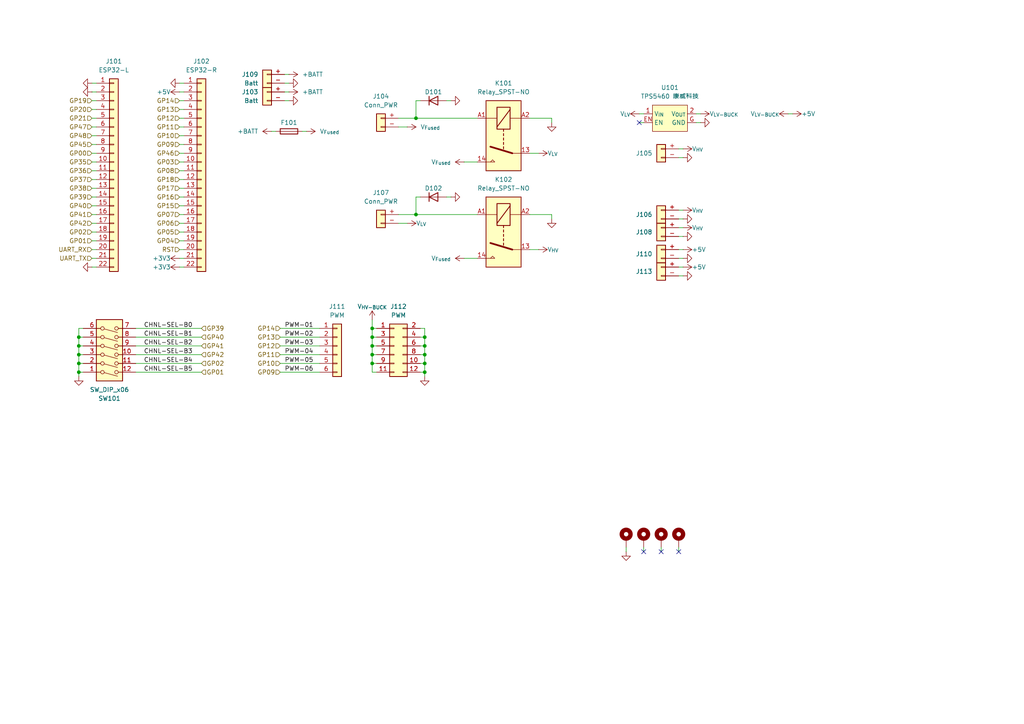
<source format=kicad_sch>
(kicad_sch (version 20250114) (generator "eeschema") (generator_version "9.0")
  (paper "A4")
  (lib_symbols
    (symbol "Connector_Generic:Conn_01x06" (pin_names (offset 1.016) (hide yes))
      (property "Reference" "J" (at 0 7.62 0))
      (property "Value" "Conn_01x06" (at 0 -10.16 0))
      (symbol "Conn_01x06_1_1"
        (rectangle (start -1.27 6.35) (end 1.27 -8.89) (stroke (width 0.254)) (fill (type background)))
        (rectangle (start -1.27 5.207) (end 0 4.953) (stroke (width 0.1524)))
        (rectangle (start -1.27 2.667) (end 0 2.413) (stroke (width 0.1524)))
        (rectangle (start -1.27 0.127) (end 0 -0.127) (stroke (width 0.1524)))
        (rectangle (start -1.27 -2.413) (end 0 -2.667) (stroke (width 0.1524)))
        (rectangle (start -1.27 -4.953) (end 0 -5.207) (stroke (width 0.1524)))
        (rectangle (start -1.27 -7.493) (end 0 -7.747) (stroke (width 0.1524)))
        (pin passive line (at -5.08 5.08 0) (length 3.81) (name "Pin_1") (number "1"))
        (pin passive line (at -5.08 2.54 0) (length 3.81) (name "Pin_2") (number "2"))
        (pin passive line (at -5.08 0 0) (length 3.81) (name "Pin_3") (number "3"))
        (pin passive line (at -5.08 -2.54 0) (length 3.81) (name "Pin_4") (number "4"))
        (pin passive line (at -5.08 -5.08 0) (length 3.81) (name "Pin_5") (number "5"))
        (pin passive line (at -5.08 -7.62 0) (length 3.81) (name "Pin_6") (number "6"))
      )
    )
    (symbol "Connector_Generic:Conn_01x22" (pin_names (offset 1.016) (hide yes))
      (property "Reference" "J" (at 0 27.94 0))
      (property "Value" "Conn_01x22" (at 0 -30.48 0))
      (symbol "Conn_01x22_1_1"
        (rectangle (start -1.27 26.67) (end 1.27 -29.21) (stroke (width 0.254)) (fill (type background)))
        (rectangle (start -1.27 25.527) (end 0 25.273) (stroke (width 0.1524)))
        (rectangle (start -1.27 22.987) (end 0 22.733) (stroke (width 0.1524)))
        (rectangle (start -1.27 20.447) (end 0 20.193) (stroke (width 0.1524)))
        (rectangle (start -1.27 17.907) (end 0 17.653) (stroke (width 0.1524)))
        (rectangle (start -1.27 15.367) (end 0 15.113) (stroke (width 0.1524)))
        (rectangle (start -1.27 12.827) (end 0 12.573) (stroke (width 0.1524)))
        (rectangle (start -1.27 10.287) (end 0 10.033) (stroke (width 0.1524)))
        (rectangle (start -1.27 7.747) (end 0 7.493) (stroke (width 0.1524)))
        (rectangle (start -1.27 5.207) (end 0 4.953) (stroke (width 0.1524)))
        (rectangle (start -1.27 2.667) (end 0 2.413) (stroke (width 0.1524)))
        (rectangle (start -1.27 0.127) (end 0 -0.127) (stroke (width 0.1524)))
        (rectangle (start -1.27 -2.413) (end 0 -2.667) (stroke (width 0.1524)))
        (rectangle (start -1.27 -4.953) (end 0 -5.207) (stroke (width 0.1524)))
        (rectangle (start -1.27 -7.493) (end 0 -7.747) (stroke (width 0.1524)))
        (rectangle (start -1.27 -10.033) (end 0 -10.287) (stroke (width 0.1524)))
        (rectangle (start -1.27 -12.573) (end 0 -12.827) (stroke (width 0.1524)))
        (rectangle (start -1.27 -15.113) (end 0 -15.367) (stroke (width 0.1524)))
        (rectangle (start -1.27 -17.653) (end 0 -17.907) (stroke (width 0.1524)))
        (rectangle (start -1.27 -20.193) (end 0 -20.447) (stroke (width 0.1524)))
        (rectangle (start -1.27 -22.733) (end 0 -22.987) (stroke (width 0.1524)))
        (rectangle (start -1.27 -25.273) (end 0 -25.527) (stroke (width 0.1524)))
        (rectangle (start -1.27 -27.813) (end 0 -28.067) (stroke (width 0.1524)))
        (pin passive line (at -5.08 25.4 0) (length 3.81) (name "Pin_1") (number "1"))
        (pin passive line (at -5.08 22.86 0) (length 3.81) (name "Pin_2") (number "2"))
        (pin passive line (at -5.08 20.32 0) (length 3.81) (name "Pin_3") (number "3"))
        (pin passive line (at -5.08 17.78 0) (length 3.81) (name "Pin_4") (number "4"))
        (pin passive line (at -5.08 15.24 0) (length 3.81) (name "Pin_5") (number "5"))
        (pin passive line (at -5.08 12.7 0) (length 3.81) (name "Pin_6") (number "6"))
        (pin passive line (at -5.08 10.16 0) (length 3.81) (name "Pin_7") (number "7"))
        (pin passive line (at -5.08 7.62 0) (length 3.81) (name "Pin_8") (number "8"))
        (pin passive line (at -5.08 5.08 0) (length 3.81) (name "Pin_9") (number "9"))
        (pin passive line (at -5.08 2.54 0) (length 3.81) (name "Pin_10") (number "10"))
        (pin passive line (at -5.08 0 0) (length 3.81) (name "Pin_11") (number "11"))
        (pin passive line (at -5.08 -2.54 0) (length 3.81) (name "Pin_12") (number "12"))
        (pin passive line (at -5.08 -5.08 0) (length 3.81) (name "Pin_13") (number "13"))
        (pin passive line (at -5.08 -7.62 0) (length 3.81) (name "Pin_14") (number "14"))
        (pin passive line (at -5.08 -10.16 0) (length 3.81) (name "Pin_15") (number "15"))
        (pin passive line (at -5.08 -12.7 0) (length 3.81) (name "Pin_16") (number "16"))
        (pin passive line (at -5.08 -15.24 0) (length 3.81) (name "Pin_17") (number "17"))
        (pin passive line (at -5.08 -17.78 0) (length 3.81) (name "Pin_18") (number "18"))
        (pin passive line (at -5.08 -20.32 0) (length 3.81) (name "Pin_19") (number "19"))
        (pin passive line (at -5.08 -22.86 0) (length 3.81) (name "Pin_20") (number "20"))
        (pin passive line (at -5.08 -25.4 0) (length 3.81) (name "Pin_21") (number "21"))
        (pin passive line (at -5.08 -27.94 0) (length 3.81) (name "Pin_22") (number "22"))
      )
    )
    (symbol "Connector_Generic:Conn_02x06_Odd_Even" (pin_names (offset 1.016) (hide yes))
      (property "Reference" "J" (at 1.27 7.62 0))
      (property "Value" "Conn_02x06_Odd_Even" (at 1.27 -10.16 0))
      (symbol "Conn_02x06_Odd_Even_1_1"
        (rectangle (start -1.27 6.35) (end 3.81 -8.89) (stroke (width 0.254)) (fill (type background)))
        (rectangle (start -1.27 5.207) (end 0 4.953) (stroke (width 0.1524)))
        (rectangle (start -1.27 2.667) (end 0 2.413) (stroke (width 0.1524)))
        (rectangle (start -1.27 0.127) (end 0 -0.127) (stroke (width 0.1524)))
        (rectangle (start -1.27 -2.413) (end 0 -2.667) (stroke (width 0.1524)))
        (rectangle (start -1.27 -4.953) (end 0 -5.207) (stroke (width 0.1524)))
        (rectangle (start -1.27 -7.493) (end 0 -7.747) (stroke (width 0.1524)))
        (rectangle (start 3.81 5.207) (end 2.54 4.953) (stroke (width 0.1524)))
        (rectangle (start 3.81 2.667) (end 2.54 2.413) (stroke (width 0.1524)))
        (rectangle (start 3.81 0.127) (end 2.54 -0.127) (stroke (width 0.1524)))
        (rectangle (start 3.81 -2.413) (end 2.54 -2.667) (stroke (width 0.1524)))
        (rectangle (start 3.81 -4.953) (end 2.54 -5.207) (stroke (width 0.1524)))
        (rectangle (start 3.81 -7.493) (end 2.54 -7.747) (stroke (width 0.1524)))
        (pin passive line (at -5.08 5.08 0) (length 3.81) (name "Pin_1") (number "1"))
        (pin passive line (at -5.08 2.54 0) (length 3.81) (name "Pin_3") (number "3"))
        (pin passive line (at -5.08 0 0) (length 3.81) (name "Pin_5") (number "5"))
        (pin passive line (at -5.08 -2.54 0) (length 3.81) (name "Pin_7") (number "7"))
        (pin passive line (at -5.08 -5.08 0) (length 3.81) (name "Pin_9") (number "9"))
        (pin passive line (at -5.08 -7.62 0) (length 3.81) (name "Pin_11") (number "11"))
        (pin passive line (at 7.62 5.08 180) (length 3.81) (name "Pin_2") (number "2"))
        (pin passive line (at 7.62 2.54 180) (length 3.81) (name "Pin_4") (number "4"))
        (pin passive line (at 7.62 0 180) (length 3.81) (name "Pin_6") (number "6"))
        (pin passive line (at 7.62 -2.54 180) (length 3.81) (name "Pin_8") (number "8"))
        (pin passive line (at 7.62 -5.08 180) (length 3.81) (name "Pin_10") (number "10"))
        (pin passive line (at 7.62 -7.62 180) (length 3.81) (name "Pin_12") (number "12"))
      )
    )
    (symbol "Device:D" (pin_numbers (hide yes)) (pin_names (offset 1.016) (hide yes))
      (property "Reference" "D" (at 0 2.54 0))
      (property "Value" "D" (at 0 -2.54 0))
      (symbol "D_0_1"
        (polyline (pts (xy -1.27 1.27) (xy -1.27 -1.27)) (stroke (width 0.254)))
        (polyline (pts (xy 1.27 1.27) (xy 1.27 -1.27) (xy -1.27 0) (xy 1.27 1.27)) (stroke (width 0.254)))
        (polyline (pts (xy 1.27 0) (xy -1.27 0)))
      )
      (symbol "D_1_1"
        (pin passive line (at -3.81 0 0) (length 2.54) (name "K") (number "1"))
        (pin passive line (at 3.81 0 180) (length 2.54) (name "A") (number "2"))
      )
    )
    (symbol "Device:Fuse" (pin_numbers (hide yes)) (pin_names (offset 0))
      (property "Reference" "F" (at 2.032 0 90))
      (property "Value" "Fuse" (at -1.905 0 90))
      (symbol "Fuse_0_1"
        (rectangle (start -0.762 -2.54) (end 0.762 2.54) (stroke (width 0.254)))
        (polyline (pts (xy 0 2.54) (xy 0 -2.54)))
      )
      (symbol "Fuse_1_1"
        (pin passive line (at 0 3.81 270) (length 1.27) (name "~") (number "1"))
        (pin passive line (at 0 -3.81 90) (length 1.27) (name "~") (number "2"))
      )
    )
    (symbol "Mechanical:MountingHole_Pad" (pin_numbers (hide yes)) (pin_names (offset 1.016) (hide yes)) (exclude_from_sim yes) (in_bom no)
      (property "Reference" "H" (at 0 6.35 0))
      (property "Value" "MountingHole_Pad" (at 0 4.445 0))
      (symbol "MountingHole_Pad_0_1"
        (circle (center 0 1.27) (radius 1.27) (stroke (width 1.27)))
      )
      (symbol "MountingHole_Pad_1_1"
        (pin input line (at 0 -2.54 90) (length 2.54) (name "1") (number "1"))
      )
    )
    (symbol "Relay:Relay_SPST-NO"
      (property "Reference" "K" (at 11.43 3.81 0))
      (property "Value" "Relay_SPST-NO" (at 11.43 1.27 0))
      (symbol "Relay_SPST-NO_0_0"
        (polyline (pts (xy 7.62 5.08) (xy 7.62 2.54) (xy 6.985 3.175) (xy 7.62 3.81)))
      )
      (symbol "Relay_SPST-NO_0_1"
        (rectangle (start -10.16 5.08) (end 10.16 -5.08) (stroke (width 0.254)) (fill (type background)))
        (rectangle (start -8.255 1.905) (end -1.905 -1.905) (stroke (width 0.254)))
        (polyline (pts (xy -7.62 -1.905) (xy -2.54 1.905)) (stroke (width 0.254)))
        (polyline (pts (xy -5.08 5.08) (xy -5.08 1.905)))
        (polyline (pts (xy -5.08 -5.08) (xy -5.08 -1.905)))
        (polyline (pts (xy -1.905 0) (xy -1.27 0)) (stroke (width 0.254)))
        (polyline (pts (xy -0.635 0) (xy 0 0)) (stroke (width 0.254)))
        (polyline (pts (xy 0.635 0) (xy 1.27 0)) (stroke (width 0.254)))
        (polyline (pts (xy 1.905 0) (xy 2.54 0)) (stroke (width 0.254)))
        (polyline (pts (xy 3.175 0) (xy 3.81 0)) (stroke (width 0.254)))
        (polyline (pts (xy 5.08 -2.54) (xy 3.175 3.81)) (stroke (width 0.508)))
        (polyline (pts (xy 5.08 -2.54) (xy 5.08 -5.08)))
      )
      (symbol "Relay_SPST-NO_1_1"
        (pin passive line (at -5.08 7.62 270) (length 2.54) (name "~") (number "A1"))
        (pin passive line (at -5.08 -7.62 90) (length 2.54) (name "~") (number "A2"))
        (pin passive line (at 5.08 -7.62 90) (length 2.54) (name "~") (number "13"))
        (pin passive line (at 7.62 7.62 270) (length 2.54) (name "~") (number "14"))
      )
    )
    (symbol "Switch:SW_DIP_x06" (pin_names (offset 0) (hide yes))
      (property "Reference" "SW" (at 0 11.43 0))
      (property "Value" "SW_DIP_x06" (at 0 -8.89 0))
      (symbol "SW_DIP_x06_0_0"
        (circle (center -2.032 7.62) (radius 0.508))
        (circle (center -2.032 5.08) (radius 0.508))
        (circle (center -2.032 2.54) (radius 0.508))
        (circle (center -2.032 0) (radius 0.508))
        (circle (center -2.032 -2.54) (radius 0.508))
        (circle (center -2.032 -5.08) (radius 0.508))
        (polyline (pts (xy -1.524 7.747) (xy 2.3622 8.7884)))
        (polyline (pts (xy -1.524 5.207) (xy 2.3622 6.2484)))
        (polyline (pts (xy -1.524 2.667) (xy 2.3622 3.7084)))
        (polyline (pts (xy -1.524 0.127) (xy 2.3622 1.1684)))
        (polyline (pts (xy -1.524 -2.3876) (xy 2.3622 -1.3462)))
        (polyline (pts (xy -1.524 -4.9276) (xy 2.3622 -3.8862)))
        (circle (center 2.032 7.62) (radius 0.508))
        (circle (center 2.032 5.08) (radius 0.508))
        (circle (center 2.032 2.54) (radius 0.508))
        (circle (center 2.032 0) (radius 0.508))
        (circle (center 2.032 -2.54) (radius 0.508))
        (circle (center 2.032 -5.08) (radius 0.508))
      )
      (symbol "SW_DIP_x06_0_1"
        (rectangle (start -3.81 10.16) (end 3.81 -7.62) (stroke (width 0.254)) (fill (type background)))
      )
      (symbol "SW_DIP_x06_1_1"
        (pin passive line (at -7.62 7.62 0) (length 5.08) (name "~") (number "1"))
        (pin passive line (at -7.62 5.08 0) (length 5.08) (name "~") (number "2"))
        (pin passive line (at -7.62 2.54 0) (length 5.08) (name "~") (number "3"))
        (pin passive line (at -7.62 0 0) (length 5.08) (name "~") (number "4"))
        (pin passive line (at -7.62 -2.54 0) (length 5.08) (name "~") (number "5"))
        (pin passive line (at -7.62 -5.08 0) (length 5.08) (name "~") (number "6"))
        (pin passive line (at 7.62 7.62 180) (length 5.08) (name "~") (number "12"))
        (pin passive line (at 7.62 5.08 180) (length 5.08) (name "~") (number "11"))
        (pin passive line (at 7.62 2.54 180) (length 5.08) (name "~") (number "10"))
        (pin passive line (at 7.62 0 180) (length 5.08) (name "~") (number "9"))
        (pin passive line (at 7.62 -2.54 180) (length 5.08) (name "~") (number "8"))
        (pin passive line (at 7.62 -5.08 180) (length 5.08) (name "~") (number "7"))
      )
    )
    (symbol "power:+3V3" (power) (pin_numbers (hide yes)) (pin_names (offset 0) (hide yes))
      (property "Value" "+3V3" (at 0 3.556 0))
      (symbol "+3V3_0_1"
        (polyline (pts (xy -0.762 1.27) (xy 0 2.54)))
        (polyline (pts (xy 0 2.54) (xy 0.762 1.27)))
        (polyline (pts (xy 0 0) (xy 0 2.54)))
      )
      (symbol "+3V3_1_1"
        (pin power_in line (at 0 0 90) (length 0) (name "~") (number "1"))
      )
    )
    (symbol "power:+5V" (power) (pin_numbers (hide yes)) (pin_names (offset 0) (hide yes))
      (property "Value" "+5V" (at 0 3.556 0))
      (symbol "+5V_0_1"
        (polyline (pts (xy -0.762 1.27) (xy 0 2.54)))
        (polyline (pts (xy 0 2.54) (xy 0.762 1.27)))
        (polyline (pts (xy 0 0) (xy 0 2.54)))
      )
      (symbol "+5V_1_1"
        (pin power_in line (at 0 0 90) (length 0) (name "~") (number "1"))
      )
    )
    (symbol "power:+BATT" (power) (pin_numbers (hide yes)) (pin_names (offset 0) (hide yes))
      (property "Value" "+BATT" (at 0 3.556 0))
      (symbol "+BATT_0_1"
        (polyline (pts (xy -0.762 1.27) (xy 0 2.54)))
        (polyline (pts (xy 0 2.54) (xy 0.762 1.27)))
        (polyline (pts (xy 0 0) (xy 0 2.54)))
      )
      (symbol "+BATT_1_1"
        (pin power_in line (at 0 0 90) (length 0) (name "~") (number "1"))
      )
    )
    (symbol "power:GND" (power) (pin_numbers (hide yes)) (pin_names (offset 0) (hide yes))
      (property "Value" "GND" (at 0 -3.81 0))
      (symbol "GND_0_1"
        (polyline (pts (xy 0 0) (xy 0 -1.27) (xy 1.27 -1.27) (xy 0 -2.54) (xy -1.27 -1.27) (xy 0 -1.27)))
      )
      (symbol "GND_1_1"
        (pin power_in line (at 0 0 270) (length 0) (name "~") (number "1"))
      )
    )
    (symbol "power:VAA" (power) (pin_numbers (hide yes)) (pin_names (offset 0) (hide yes))
      (property "Value" "VAA" (at 0 3.556 0))
      (symbol "VAA_0_1"
        (polyline (pts (xy -0.762 1.27) (xy 0 2.54)))
        (polyline (pts (xy 0 2.54) (xy 0.762 1.27)))
        (polyline (pts (xy 0 0) (xy 0 2.54)))
      )
      (symbol "VAA_1_1"
        (pin power_in line (at 0 0 90) (length 0) (name "~") (number "1"))
      )
    )
    (symbol "power:VCC" (power) (pin_numbers (hide yes)) (pin_names (offset 0) (hide yes))
      (property "Value" "VCC" (at 0 3.556 0))
      (symbol "VCC_0_1"
        (polyline (pts (xy -0.762 1.27) (xy 0 2.54)))
        (polyline (pts (xy 0 2.54) (xy 0.762 1.27)))
        (polyline (pts (xy 0 0) (xy 0 2.54)))
      )
      (symbol "VCC_1_1"
        (pin power_in line (at 0 0 90) (length 0) (name "~") (number "1"))
      )
    )
    (symbol "scottcjx-common-parts:Conn_+/-" (pin_names (offset 1.016) (hide yes))
      (property "Reference" "J" (at 0 2.54 0))
      (property "Value" "Conn_PWR" (at 0 -5.08 0))
      (symbol "Conn_+/-_1_1"
        (rectangle (start -1.27 1.27) (end 1.27 -3.81) (stroke (width 0.254)) (fill (type background)))
        (rectangle (start -1.27 0.127) (end 0 -0.127) (stroke (width 0.1524)))
        (rectangle (start -1.27 -2.413) (end 0 -2.667) (stroke (width 0.1524)))
        (pin passive line (at -5.08 0 0) (length 3.81) (name "Pin_1") (number "+"))
        (pin passive line (at -5.08 -2.54 0) (length 3.81) (name "Pin_2") (number "-"))
      )
    )
    (symbol "scottcjx-kicad-lib:TPS5460 康威科技"
      (property "Reference" "U" (at 0 3.81 0))
      (property "Value" "TPS5460 康威科技" (at 0 -3.81 0))
      (symbol "TPS5460 康威科技_1_1"
        (rectangle (start -5.08 3.81) (end 5.08 -3.81) (fill (type background)))
        (pin input line (at -7.62 1.27 0) (length 2.54) (name "V_{IN}") (number "1"))
        (pin input line (at -7.62 -1.27 0) (length 2.54) (name "EN") (number "EN"))
        (pin input line (at 7.62 1.27 180) (length 2.54) (name "V_{OUT}") (number "2"))
        (pin input line (at 7.62 -1.27 180) (length 2.54) (name "GND") (number "G"))
      )
    )
  )
  (junction (at 22.86 105.41))
  (junction (at 120.65 62.23))
  (junction (at 123.19 107.95))
  (junction (at 123.19 102.87))
  (junction (at 107.95 102.87))
  (junction (at 107.95 97.79))
  (junction (at 107.95 95.25))
  (junction (at 22.86 102.87))
  (junction (at 107.95 100.33))
  (junction (at 123.19 105.41))
  (junction (at 22.86 100.33))
  (junction (at 120.65 34.29))
  (junction (at 107.95 105.41))
  (junction (at 22.86 97.79))
  (junction (at 123.19 97.79))
  (junction (at 22.86 107.95))
  (junction (at 123.19 100.33))
  (no_connect (at 191.77 160.02))
  (no_connect (at 196.85 160.02))
  (no_connect (at 185.42 35.56))
  (no_connect (at 186.69 160.02))
  (wire (pts (xy 52.07 69.85) (xy 53.34 69.85)))
  (wire (pts (xy 107.95 92.71) (xy 107.95 95.25)))
  (wire (pts (xy 52.07 62.23) (xy 53.34 62.23)))
  (wire (pts (xy 26.67 29.21) (xy 27.94 29.21)))
  (wire (pts (xy 123.19 107.95) (xy 123.19 109.22)))
  (wire (pts (xy 198.12 43.18) (xy 196.85 43.18)))
  (wire (pts (xy 121.92 57.15) (xy 120.65 57.15)))
  (wire (pts (xy 185.42 33.02) (xy 186.69 33.02)))
  (wire (pts (xy 52.07 29.21) (xy 53.34 29.21)))
  (wire (pts (xy 22.86 100.33) (xy 22.86 102.87)))
  (wire (pts (xy 82.55 29.21) (xy 83.82 29.21)))
  (wire (pts (xy 22.86 102.87) (xy 22.86 105.41)))
  (wire (pts (xy 22.86 100.33) (xy 24.13 100.33)))
  (wire (pts (xy 22.86 97.79) (xy 22.86 100.33)))
  (wire (pts (xy 39.37 97.79) (xy 58.42 97.79)))
  (wire (pts (xy 123.19 95.25) (xy 121.92 95.25)))
  (wire (pts (xy 107.95 97.79) (xy 107.95 100.33)))
  (wire (pts (xy 52.07 54.61) (xy 53.34 54.61)))
  (wire (pts (xy 82.55 21.59) (xy 83.82 21.59)))
  (wire (pts (xy 22.86 107.95) (xy 22.86 109.22)))
  (wire (pts (xy 160.02 62.23) (xy 153.67 62.23)))
  (wire (pts (xy 156.21 72.39) (xy 153.67 72.39)))
  (wire (pts (xy 198.12 74.93) (xy 196.85 74.93)))
  (wire (pts (xy 160.02 35.56) (xy 160.02 34.29)))
  (wire (pts (xy 107.95 95.25) (xy 107.95 97.79)))
  (wire (pts (xy 26.67 62.23) (xy 27.94 62.23)))
  (wire (pts (xy 81.28 97.79) (xy 92.71 97.79)))
  (wire (pts (xy 26.67 77.47) (xy 27.94 77.47)))
  (wire (pts (xy 52.07 74.93) (xy 53.34 74.93)))
  (wire (pts (xy 107.95 107.95) (xy 109.22 107.95)))
  (wire (pts (xy 196.85 160.02) (xy 196.85 158.75)))
  (wire (pts (xy 26.67 74.93) (xy 27.94 74.93)))
  (wire (pts (xy 52.07 52.07) (xy 53.34 52.07)))
  (wire (pts (xy 82.55 24.13) (xy 83.82 24.13)))
  (wire (pts (xy 26.67 41.91) (xy 27.94 41.91)))
  (wire (pts (xy 39.37 95.25) (xy 58.42 95.25)))
  (wire (pts (xy 129.54 29.21) (xy 130.81 29.21)))
  (wire (pts (xy 52.07 57.15) (xy 53.34 57.15)))
  (wire (pts (xy 123.19 107.95) (xy 121.92 107.95)))
  (wire (pts (xy 26.67 72.39) (xy 27.94 72.39)))
  (wire (pts (xy 52.07 34.29) (xy 53.34 34.29)))
  (wire (pts (xy 123.19 102.87) (xy 123.19 105.41)))
  (wire (pts (xy 39.37 105.41) (xy 58.42 105.41)))
  (wire (pts (xy 52.07 59.69) (xy 53.34 59.69)))
  (wire (pts (xy 160.02 34.29) (xy 153.67 34.29)))
  (wire (pts (xy 26.67 57.15) (xy 27.94 57.15)))
  (wire (pts (xy 26.67 26.67) (xy 27.94 26.67)))
  (wire (pts (xy 120.65 57.15) (xy 120.65 62.23)))
  (wire (pts (xy 52.07 24.13) (xy 53.34 24.13)))
  (wire (pts (xy 198.12 45.72) (xy 196.85 45.72)))
  (wire (pts (xy 198.12 68.58) (xy 196.85 68.58)))
  (wire (pts (xy 26.67 46.99) (xy 27.94 46.99)))
  (wire (pts (xy 52.07 77.47) (xy 53.34 77.47)))
  (wire (pts (xy 198.12 80.01) (xy 196.85 80.01)))
  (wire (pts (xy 52.07 39.37) (xy 53.34 39.37)))
  (wire (pts (xy 120.65 62.23) (xy 138.43 62.23)))
  (wire (pts (xy 52.07 64.77) (xy 53.34 64.77)))
  (wire (pts (xy 92.71 102.87) (xy 81.28 102.87)))
  (wire (pts (xy 115.57 34.29) (xy 120.65 34.29)))
  (wire (pts (xy 191.77 160.02) (xy 191.77 158.75)))
  (wire (pts (xy 26.67 36.83) (xy 27.94 36.83)))
  (wire (pts (xy 121.92 29.21) (xy 120.65 29.21)))
  (wire (pts (xy 52.07 49.53) (xy 53.34 49.53)))
  (wire (pts (xy 22.86 95.25) (xy 22.86 97.79)))
  (wire (pts (xy 26.67 69.85) (xy 27.94 69.85)))
  (wire (pts (xy 123.19 102.87) (xy 121.92 102.87)))
  (wire (pts (xy 92.71 105.41) (xy 81.28 105.41)))
  (wire (pts (xy 115.57 62.23) (xy 120.65 62.23)))
  (wire (pts (xy 39.37 100.33) (xy 58.42 100.33)))
  (wire (pts (xy 134.62 74.93) (xy 138.43 74.93)))
  (wire (pts (xy 82.55 26.67) (xy 83.82 26.67)))
  (wire (pts (xy 26.67 44.45) (xy 27.94 44.45)))
  (wire (pts (xy 107.95 105.41) (xy 107.95 107.95)))
  (wire (pts (xy 134.62 46.99) (xy 138.43 46.99)))
  (wire (pts (xy 123.19 100.33) (xy 123.19 102.87)))
  (wire (pts (xy 118.11 64.77) (xy 115.57 64.77)))
  (wire (pts (xy 22.86 102.87) (xy 24.13 102.87)))
  (wire (pts (xy 39.37 107.95) (xy 58.42 107.95)))
  (wire (pts (xy 26.67 31.75) (xy 27.94 31.75)))
  (wire (pts (xy 123.19 95.25) (xy 123.19 97.79)))
  (wire (pts (xy 87.63 38.1) (xy 88.9 38.1)))
  (wire (pts (xy 123.19 105.41) (xy 123.19 107.95)))
  (wire (pts (xy 26.67 67.31) (xy 27.94 67.31)))
  (wire (pts (xy 22.86 105.41) (xy 24.13 105.41)))
  (wire (pts (xy 22.86 107.95) (xy 24.13 107.95)))
  (wire (pts (xy 52.07 44.45) (xy 53.34 44.45)))
  (wire (pts (xy 107.95 97.79) (xy 109.22 97.79)))
  (wire (pts (xy 52.07 72.39) (xy 53.34 72.39)))
  (wire (pts (xy 26.67 52.07) (xy 27.94 52.07)))
  (wire (pts (xy 26.67 34.29) (xy 27.94 34.29)))
  (wire (pts (xy 181.61 160.02) (xy 181.61 158.75)))
  (wire (pts (xy 198.12 77.47) (xy 196.85 77.47)))
  (wire (pts (xy 107.95 102.87) (xy 107.95 105.41)))
  (wire (pts (xy 198.12 72.39) (xy 196.85 72.39)))
  (wire (pts (xy 107.95 105.41) (xy 109.22 105.41)))
  (wire (pts (xy 107.95 100.33) (xy 109.22 100.33)))
  (wire (pts (xy 81.28 95.25) (xy 92.71 95.25)))
  (wire (pts (xy 203.2 33.02) (xy 201.93 33.02)))
  (wire (pts (xy 26.67 39.37) (xy 27.94 39.37)))
  (wire (pts (xy 123.19 105.41) (xy 121.92 105.41)))
  (wire (pts (xy 118.11 36.83) (xy 115.57 36.83)))
  (wire (pts (xy 228.6 33.02) (xy 229.87 33.02)))
  (wire (pts (xy 22.86 105.41) (xy 22.86 107.95)))
  (wire (pts (xy 107.95 95.25) (xy 109.22 95.25)))
  (wire (pts (xy 198.12 66.04) (xy 196.85 66.04)))
  (wire (pts (xy 185.42 35.56) (xy 186.69 35.56)))
  (wire (pts (xy 198.12 60.96) (xy 196.85 60.96)))
  (wire (pts (xy 81.28 107.95) (xy 92.71 107.95)))
  (wire (pts (xy 107.95 102.87) (xy 109.22 102.87)))
  (wire (pts (xy 26.67 49.53) (xy 27.94 49.53)))
  (wire (pts (xy 156.21 44.45) (xy 153.67 44.45)))
  (wire (pts (xy 22.86 95.25) (xy 24.13 95.25)))
  (wire (pts (xy 52.07 26.67) (xy 53.34 26.67)))
  (wire (pts (xy 52.07 31.75) (xy 53.34 31.75)))
  (wire (pts (xy 22.86 97.79) (xy 24.13 97.79)))
  (wire (pts (xy 198.12 63.5) (xy 196.85 63.5)))
  (wire (pts (xy 107.95 100.33) (xy 107.95 102.87)))
  (wire (pts (xy 160.02 63.5) (xy 160.02 62.23)))
  (wire (pts (xy 123.19 97.79) (xy 123.19 100.33)))
  (wire (pts (xy 80.01 38.1) (xy 78.74 38.1)))
  (wire (pts (xy 129.54 57.15) (xy 130.81 57.15)))
  (wire (pts (xy 120.65 29.21) (xy 120.65 34.29)))
  (wire (pts (xy 52.07 36.83) (xy 53.34 36.83)))
  (wire (pts (xy 26.67 59.69) (xy 27.94 59.69)))
  (wire (pts (xy 39.37 102.87) (xy 58.42 102.87)))
  (wire (pts (xy 120.65 34.29) (xy 138.43 34.29)))
  (wire (pts (xy 52.07 46.99) (xy 53.34 46.99)))
  (wire (pts (xy 52.07 41.91) (xy 53.34 41.91)))
  (wire (pts (xy 123.19 97.79) (xy 121.92 97.79)))
  (wire (pts (xy 186.69 160.02) (xy 186.69 158.75)))
  (wire (pts (xy 52.07 67.31) (xy 53.34 67.31)))
  (wire (pts (xy 123.19 100.33) (xy 121.92 100.33)))
  (wire (pts (xy 26.67 64.77) (xy 27.94 64.77)))
  (wire (pts (xy 26.67 24.13) (xy 27.94 24.13)))
  (wire (pts (xy 26.67 54.61) (xy 27.94 54.61)))
  (wire (pts (xy 201.93 35.56) (xy 203.2 35.56)))
  (wire (pts (xy 92.71 100.33) (xy 81.28 100.33)))
  (label "CHNL-SEL-B3" (at 55.88 102.87 180))
  (label "CHNL-SEL-B5" (at 55.88 107.95 180))
  (label "CHNL-SEL-B1" (at 55.88 97.79 180))
  (label "PWM-05" (at 82.55 105.41 0))
  (label "PWM-04" (at 82.55 102.87 0))
  (label "PWM-06" (at 82.55 107.95 0))
  (label "PWM-02" (at 82.55 97.79 0))
  (label "PWM-03" (at 82.55 100.33 0))
  (label "CHNL-SEL-B2" (at 55.88 100.33 180))
  (label "CHNL-SEL-B4" (at 55.88 105.41 180))
  (label "PWM-01" (at 82.55 95.25 0))
  (label "CHNL-SEL-B0" (at 55.88 95.25 180))
  (hierarchical_label "GP20" (shape input) (at 26.67 31.75 180))
  (hierarchical_label "GP03" (shape input) (at 52.07 46.99 180))
  (hierarchical_label "GP12" (shape input) (at 52.07 34.29 180))
  (hierarchical_label "GP06" (shape input) (at 52.07 64.77 180))
  (hierarchical_label "GP35" (shape input) (at 26.67 46.99 180))
  (hierarchical_label "GP13" (shape input) (at 52.07 31.75 180))
  (hierarchical_label "GP11" (shape input) (at 52.07 36.83 180))
  (hierarchical_label "GP37" (shape input) (at 26.67 52.07 180))
  (hierarchical_label "GP21" (shape input) (at 26.67 34.29 180))
  (hierarchical_label "GP40" (shape input) (at 58.42 97.79 0))
  (hierarchical_label "GP19" (shape input) (at 26.67 29.21 180))
  (hierarchical_label "GP13" (shape input) (at 81.28 97.79 180))
  (hierarchical_label "GP48" (shape input) (at 26.67 39.37 180))
  (hierarchical_label "GP02" (shape input) (at 26.67 67.31 180))
  (hierarchical_label "GP09" (shape input) (at 81.28 107.95 180))
  (hierarchical_label "GP10" (shape input) (at 81.28 105.41 180))
  (hierarchical_label "GP12" (shape input) (at 81.28 100.33 180))
  (hierarchical_label "GP14" (shape input) (at 52.07 29.21 180))
  (hierarchical_label "GP09" (shape input) (at 52.07 41.91 180))
  (hierarchical_label "GP36" (shape input) (at 26.67 49.53 180))
  (hierarchical_label "GP42" (shape input) (at 26.67 64.77 180))
  (hierarchical_label "GP18" (shape input) (at 52.07 52.07 180))
  (hierarchical_label "GP17" (shape input) (at 52.07 54.61 180))
  (hierarchical_label "GP39" (shape input) (at 58.42 95.25 0))
  (hierarchical_label "GP46" (shape input) (at 52.07 44.45 180))
  (hierarchical_label "GP16" (shape input) (at 52.07 57.15 180))
  (hierarchical_label "GP39" (shape input) (at 26.67 57.15 180))
  (hierarchical_label "UART_RX" (shape input) (at 26.67 72.39 180))
  (hierarchical_label "GP38" (shape input) (at 26.67 54.61 180))
  (hierarchical_label "GP45" (shape input) (at 26.67 41.91 180))
  (hierarchical_label "GP15" (shape input) (at 52.07 59.69 180))
  (hierarchical_label "GP02" (shape input) (at 58.42 105.41 0))
  (hierarchical_label "GP08" (shape input) (at 52.07 49.53 180))
  (hierarchical_label "GP41" (shape input) (at 58.42 100.33 0))
  (hierarchical_label "RST" (shape input) (at 52.07 72.39 180))
  (hierarchical_label "GP07" (shape input) (at 52.07 62.23 180))
  (hierarchical_label "GP05" (shape input) (at 52.07 67.31 180))
  (hierarchical_label "GP01" (shape input) (at 58.42 107.95 0))
  (hierarchical_label "GP04" (shape input) (at 52.07 69.85 180))
  (hierarchical_label "GP47" (shape input) (at 26.67 36.83 180))
  (hierarchical_label "GP01" (shape input) (at 26.67 69.85 180))
  (hierarchical_label "GP40" (shape input) (at 26.67 59.69 180))
  (hierarchical_label "GP42" (shape input) (at 58.42 102.87 0))
  (hierarchical_label "GP41" (shape input) (at 26.67 62.23 180))
  (hierarchical_label "GP14" (shape input) (at 81.28 95.25 180))
  (hierarchical_label "GP00" (shape input) (at 26.67 44.45 180))
  (hierarchical_label "GP10" (shape input) (at 52.07 39.37 180))
  (hierarchical_label "UART_TX" (shape input) (at 26.67 74.93 180))
  (hierarchical_label "GP11" (shape input) (at 81.28 102.87 180))
  (symbol (lib_id "Device:Fuse") (at 83.82 38.1 90) (unit 1)
    (property "Reference" "F101" (at 83.82 35.56 90))
    (property "Value" "Fuse" (effects (hide yes)))
    (property "Footprint" "scottcjx-kicad-lib:FUSE-MCCQ-121" (effects (hide yes)))
    (property "Description" "Fuse" (effects (hide yes)))
  )
  (symbol (lib_id "power:GND") (at 83.82 29.21 90) (unit 1)
    (property "Reference" "#PWR0109" (effects (hide yes)))
    (property "Value" "GND" (effects (hide yes)))
    (property "Description" "Power symbol creates a global label with name \"GND\" , ground" (effects (hide yes)))
  )
  (symbol (lib_id "Mechanical:MountingHole_Pad") (at 196.85 156.21 0) (unit 1) (exclude_from_sim yes) (in_bom no)
    (property "Reference" "H104" (effects (hide yes)))
    (property "Value" "MountingHole_Pad" (effects (hide yes)))
    (property "Footprint" "MountingHole:MountingHole_3.2mm_M3_DIN965_Pad_TopBottom" (effects (hide yes)))
    (property "Description" "Mounting Hole with connection" (effects (hide yes)))
  )
  (symbol (lib_id "power:GND") (at 198.12 68.58 90) (unit 1)
    (property "Reference" "#PWR0130" (effects (hide yes)))
    (property "Value" "GND" (effects (hide yes)))
    (property "Description" "Power symbol creates a global label with name \"GND\" , ground" (effects (hide yes)))
  )
  (symbol (lib_id "power:VCC") (at 156.21 72.39 270) (unit 1)
    (property "Reference" "#PWR0132" (effects (hide yes)))
    (property "Value" "V_{HV}" (at 158.75 72.39 90) (effects (justify left)))
    (property "Description" "Power symbol creates a global label with name \"VCC\"" (effects (hide yes)))
  )
  (symbol (lib_id "power:GND") (at 26.67 24.13 270) (unit 1)
    (property "Reference" "#PWR0101" (effects (hide yes)))
    (property "Value" "GND" (effects (hide yes)))
    (property "Description" "Power symbol creates a global label with name \"GND\" , ground" (effects (hide yes)))
  )
  (symbol (lib_id "power:VCC") (at 198.12 66.04 270) (unit 1)
    (property "Reference" "#PWR0129" (effects (hide yes)))
    (property "Value" "V_{HV}" (at 200.66 66.04 90) (effects (justify left)))
    (property "Description" "Power symbol creates a global label with name \"VCC\"" (effects (hide yes)))
  )
  (symbol (lib_id "power:+3V3") (at 52.07 77.47 90) (unit 1)
    (property "Reference" "#PWR0107" (effects (hide yes)))
    (property "Value" "+3V3" (at 49.53 77.47 90) (effects (justify left)))
    (property "Description" "Power symbol creates a global label with name \"+3V3\"" (effects (hide yes)))
  )
  (symbol (lib_id "power:GND") (at 198.12 63.5 90) (unit 1)
    (property "Reference" "#PWR0127" (effects (hide yes)))
    (property "Value" "GND" (effects (hide yes)))
    (property "Description" "Power symbol creates a global label with name \"GND\" , ground" (effects (hide yes)))
  )
  (symbol (lib_id "power:GND") (at 130.81 29.21 90) (mirror x) (unit 1)
    (property "Reference" "#PWR0110" (effects (hide yes)))
    (property "Value" "GND" (effects (hide yes)))
    (property "Description" "Power symbol creates a global label with name \"GND\" , ground" (effects (hide yes)))
  )
  (symbol (lib_id "power:+BATT") (at 78.74 38.1 90) (mirror x) (unit 1)
    (property "Reference" "#PWR0118" (effects (hide yes)))
    (property "Value" "+BATT" (at 74.93 38.0999 90) (effects (justify left)))
    (property "Description" "Power symbol creates a global label with name \"+BATT\"" (effects (hide yes)))
  )
  (symbol (lib_id "scottcjx-common-parts:Conn_+/-") (at 110.49 62.23 0) (mirror y) (unit 1)
    (property "Reference" "J107" (at 110.49 55.88 0))
    (property "Value" "Conn_PWR" (at 110.49 58.42 0))
    (property "Footprint" "scottcjx-kicad-lib:JST_XH_B2B-XH-AM_1x02_P2.50mm_Vertical" (effects (hide yes)))
  )
  (symbol (lib_id "Relay:Relay_SPST-NO") (at 146.05 39.37 90) (mirror x) (unit 1)
    (property "Reference" "K101" (at 146.05 24.13 90))
    (property "Value" "Relay_SPST-NO" (at 146.05 26.67 90))
    (property "Footprint" "scottcjx-kicad-lib:G8PM1AW7RDC12" (effects (hide yes)))
    (property "Description" "Relay SPST, normally open, EN50005" (effects (hide yes)))
    (property "sourcing-part-num" "G8PM-1AW7RDC12" (effects (hide yes)))
  )
  (symbol (lib_id "power:GND") (at 83.82 24.13 90) (unit 1)
    (property "Reference" "#PWR0136" (effects (hide yes)))
    (property "Value" "GND" (effects (hide yes)))
    (property "Description" "Power symbol creates a global label with name \"GND\" , ground" (effects (hide yes)))
  )
  (symbol (lib_id "power:VCC") (at 185.42 33.02 90) (mirror x) (unit 1)
    (property "Reference" "#PWR0111" (effects (hide yes)))
    (property "Value" "V_{LV}" (at 182.88 33.02 90) (effects (justify left)))
    (property "Description" "Power symbol creates a global label with name \"VCC\"" (effects (hide yes)))
  )
  (symbol (lib_id "Connector_Generic:Conn_02x06_Odd_Even") (at 114.3 100.33 0) (unit 1)
    (property "Reference" "J112" (at 115.57 88.9 0))
    (property "Value" "PWM" (at 115.57 91.44 0))
    (property "Footprint" "Connector_PinHeader_2.54mm:PinHeader_2x06_P2.54mm_Vertical" (effects (hide yes)))
    (property "Description" "Generic connector, double row, 02x06, odd/even pin numbering scheme (row 1 odd numbers, row 2 even numbers), script generated (kicad-library-utils/schlib/autogen/connector/)" (effects (hide yes)))
  )
  (symbol (lib_id "power:GND") (at 123.19 109.22 0) (mirror y) (unit 1)
    (property "Reference" "#PWR0137" (effects (hide yes)))
    (property "Value" "GND" (effects (hide yes)))
    (property "Description" "Power symbol creates a global label with name \"GND\" , ground" (effects (hide yes)))
  )
  (symbol (lib_id "scottcjx-common-parts:Conn_+/-") (at 191.77 66.04 0) (mirror y) (unit 1)
    (property "Reference" "J108" (at 189.23 67.31 0) (effects (justify left)))
    (property "Value" "Conn_PWR" (effects (hide yes)))
    (property "Footprint" "scottcjx-kicad-lib:AMASS_XT30U-M_1x02_P5.0mm_Vertical" (effects (hide yes)))
  )
  (symbol (lib_id "power:GND") (at 26.67 77.47 270) (unit 1)
    (property "Reference" "#PWR0106" (effects (hide yes)))
    (property "Value" "GND" (effects (hide yes)))
    (property "Description" "Power symbol creates a global label with name \"GND\" , ground" (effects (hide yes)))
  )
  (symbol (lib_id "scottcjx-common-parts:Conn_+/-") (at 77.47 21.59 0) (mirror y) (unit 1)
    (property "Reference" "J109" (at 74.93 21.5899 0) (effects (justify left)))
    (property "Value" "Batt" (at 74.93 24.1299 0) (effects (justify left)))
    (property "Footprint" "scottcjx-kicad-lib:AMASS_XT60-M_1x02_P7.20mm_Vertical" (effects (hide yes)))
  )
  (symbol (lib_id "Relay:Relay_SPST-NO") (at 146.05 67.31 90) (mirror x) (unit 1)
    (property "Reference" "K102" (at 146.05 52.07 90))
    (property "Value" "Relay_SPST-NO" (at 146.05 54.61 90))
    (property "Footprint" "scottcjx-kicad-lib:G8PM1AW7RDC12" (effects (hide yes)))
    (property "Description" "Relay SPST, normally open, EN50005" (effects (hide yes)))
    (property "sourcing-part-num" "G8PM-1AW7RDC12" (effects (hide yes)))
  )
  (symbol (lib_id "Mechanical:MountingHole_Pad") (at 186.69 156.21 0) (unit 1) (exclude_from_sim yes) (in_bom no)
    (property "Reference" "H102" (effects (hide yes)))
    (property "Value" "MountingHole_Pad" (effects (hide yes)))
    (property "Footprint" "MountingHole:MountingHole_3.2mm_M3_DIN965_Pad_TopBottom" (effects (hide yes)))
    (property "Description" "Mounting Hole with connection" (effects (hide yes)))
  )
  (symbol (lib_id "power:+5V") (at 52.07 26.67 90) (unit 1)
    (property "Reference" "#PWR0104" (effects (hide yes)))
    (property "Value" "+5V" (at 49.53 26.67 90) (effects (justify left)))
    (property "Description" "Power symbol creates a global label with name \"+5V\"" (effects (hide yes)))
  )
  (symbol (lib_id "Connector_Generic:Conn_01x22") (at 33.02 49.53 0) (unit 1)
    (property "Reference" "J101" (at 33.02 17.78 0))
    (property "Value" "ESP32-L" (at 33.02 20.32 0))
    (property "Footprint" "Connector_PinSocket_2.54mm:PinSocket_1x22_P2.54mm_Vertical" (effects (hide yes)))
    (property "Description" "Generic connector, single row, 01x22, script generated (kicad-library-utils/schlib/autogen/connector/)" (effects (hide yes)))
  )
  (symbol (lib_id "Device:D") (at 125.73 57.15 0) (unit 1)
    (property "Reference" "D102" (at 125.73 54.61 0))
    (property "Value" "D" (effects (hide yes)))
    (property "Footprint" "Diode_THT:D_DO-35_SOD27_P7.62mm_Horizontal" (effects (hide yes)))
    (property "Description" "Diode" (effects (hide yes)))
    (property "Sim.Device" "D" (effects (hide yes)))
    (property "Sim.Pins" "1=K 2=A" (effects (hide yes)))
    (property "sourcing-part-num" "1N4007" (effects (hide yes)))
  )
  (symbol (lib_id "power:GND") (at 160.02 35.56 0) (mirror y) (unit 1)
    (property "Reference" "#PWR0115" (effects (hide yes)))
    (property "Value" "GND" (effects (hide yes)))
    (property "Description" "Power symbol creates a global label with name \"GND\" , ground" (effects (hide yes)))
  )
  (symbol (lib_id "scottcjx-common-parts:Conn_+/-") (at 191.77 60.96 0) (mirror y) (unit 1)
    (property "Reference" "J106" (at 189.23 62.23 0) (effects (justify left)))
    (property "Value" "Conn_PWR" (effects (hide yes)))
    (property "Footprint" "scottcjx-kicad-lib:AMASS_XT30U-M_1x02_P5.0mm_Vertical" (effects (hide yes)))
  )
  (symbol (lib_id "power:+5V") (at 198.12 72.39 270) (mirror x) (unit 1)
    (property "Reference" "#PWR0139" (effects (hide yes)))
    (property "Value" "+5V" (at 200.66 72.39 90) (effects (justify left)))
    (property "Description" "Power symbol creates a global label with name \"+5V\"" (effects (hide yes)))
  )
  (symbol (lib_id "Switch:SW_DIP_x06") (at 31.75 100.33 0) (mirror x) (unit 1)
    (property "Reference" "SW101" (at 31.75 115.57 0))
    (property "Value" "SW_DIP_x06" (at 31.75 113.03 0))
    (property "Footprint" "Button_Switch_THT:SW_DIP_SPSTx06_Slide_9.78x17.42mm_W7.62mm_P2.54mm" (effects (hide yes)))
    (property "Description" "6x DIP Switch, Single Pole Single Throw (SPST) switch, small symbol" (effects (hide yes)))
  )
  (symbol (lib_id "power:GND") (at 52.07 24.13 270) (unit 1)
    (property "Reference" "#PWR0102" (effects (hide yes)))
    (property "Value" "GND" (effects (hide yes)))
    (property "Description" "Power symbol creates a global label with name \"GND\" , ground" (effects (hide yes)))
  )
  (symbol (lib_id "power:+BATT") (at 83.82 21.59 270) (unit 1)
    (property "Reference" "#PWR0133" (effects (hide yes)))
    (property "Value" "+BATT" (at 87.63 21.5899 90) (effects (justify left)))
    (property "Description" "Power symbol creates a global label with name \"+BATT\"" (effects (hide yes)))
  )
  (symbol (lib_id "power:GND") (at 160.02 63.5 0) (mirror y) (unit 1)
    (property "Reference" "#PWR0126" (effects (hide yes)))
    (property "Value" "GND" (effects (hide yes)))
    (property "Description" "Power symbol creates a global label with name \"GND\" , ground" (effects (hide yes)))
  )
  (symbol (lib_id "power:+BATT") (at 83.82 26.67 270) (unit 1)
    (property "Reference" "#PWR0108" (effects (hide yes)))
    (property "Value" "+BATT" (at 87.63 26.6699 90) (effects (justify left)))
    (property "Description" "Power symbol creates a global label with name \"+BATT\"" (effects (hide yes)))
  )
  (symbol (lib_id "power:VCC") (at 118.11 64.77 270) (unit 1)
    (property "Reference" "#PWR0128" (effects (hide yes)))
    (property "Value" "V_{LV}" (at 120.65 64.77 90) (effects (justify left)))
    (property "Description" "Power symbol creates a global label with name \"VCC\"" (effects (hide yes)))
  )
  (symbol (lib_id "power:VCC") (at 107.95 92.71 0) (unit 1)
    (property "Reference" "#PWR0135" (effects (hide yes)))
    (property "Value" "V_{HV-BUCK}" (at 107.95 88.9 0))
    (property "Description" "Power symbol creates a global label with name \"VCC\"" (effects (hide yes)))
  )
  (symbol (lib_id "power:+5V") (at 229.87 33.02 270) (mirror x) (unit 1)
    (property "Reference" "#PWR0114" (effects (hide yes)))
    (property "Value" "+5V" (at 232.41 33.02 90) (effects (justify left)))
    (property "Description" "Power symbol creates a global label with name \"+5V\"" (effects (hide yes)))
  )
  (symbol (lib_id "scottcjx-common-parts:Conn_+/-") (at 77.47 26.67 0) (mirror y) (unit 1)
    (property "Reference" "J103" (at 74.93 26.6699 0) (effects (justify left)))
    (property "Value" "Batt" (at 74.93 29.2099 0) (effects (justify left)))
    (property "Footprint" "scottcjx-kicad-lib:AMASS_XT60PW-M_1x02_P7.20mm_Horizontal" (effects (hide yes)))
  )
  (symbol (lib_id "power:VAA") (at 88.9 38.1 270) (unit 1)
    (property "Reference" "#PWR0119" (effects (hide yes)))
    (property "Value" "V_{Fused}" (at 92.71 38.0999 90) (effects (justify left)))
    (property "Description" "Power symbol creates a global label with name \"VAA\"" (effects (hide yes)))
  )
  (symbol (lib_id "scottcjx-common-parts:Conn_+/-") (at 191.77 72.39 0) (mirror y) (unit 1)
    (property "Reference" "J110" (at 189.23 73.66 0) (effects (justify left)))
    (property "Value" "Conn_PWR" (effects (hide yes)))
    (property "Footprint" "scottcjx-kicad-lib:JST_XH_B2B-XH-AM_1x02_P2.50mm_Vertical" (effects (hide yes)))
  )
  (symbol (lib_id "Device:D") (at 125.73 29.21 0) (unit 1)
    (property "Reference" "D101" (at 125.73 26.67 0))
    (property "Value" "D" (effects (hide yes)))
    (property "Footprint" "Diode_THT:D_DO-35_SOD27_P7.62mm_Horizontal" (effects (hide yes)))
    (property "Description" "Diode" (effects (hide yes)))
    (property "Sim.Device" "D" (effects (hide yes)))
    (property "Sim.Pins" "1=K 2=A" (effects (hide yes)))
    (property "sourcing-part-num" "1N4007" (effects (hide yes)))
  )
  (symbol (lib_id "power:VCC") (at 203.2 33.02 270) (unit 1)
    (property "Reference" "#PWR0112" (effects (hide yes)))
    (property "Value" "V_{LV-BUCK}" (at 205.74 33.02 90) (effects (justify left)))
    (property "Description" "Power symbol creates a global label with name \"VCC\"" (effects (hide yes)))
  )
  (symbol (lib_id "power:GND") (at 198.12 80.01 90) (unit 1)
    (property "Reference" "#PWR0142" (effects (hide yes)))
    (property "Value" "GND" (effects (hide yes)))
    (property "Description" "Power symbol creates a global label with name \"GND\" , ground" (effects (hide yes)))
  )
  (symbol (lib_id "power:GND") (at 130.81 57.15 90) (mirror x) (unit 1)
    (property "Reference" "#PWR0124" (effects (hide yes)))
    (property "Value" "GND" (effects (hide yes)))
    (property "Description" "Power symbol creates a global label with name \"GND\" , ground" (effects (hide yes)))
  )
  (symbol (lib_id "power:GND") (at 181.61 160.02 0) (unit 1)
    (property "Reference" "#PWR0138" (effects (hide yes)))
    (property "Value" "GND" (effects (hide yes)))
    (property "Description" "Power symbol creates a global label with name \"GND\" , ground" (effects (hide yes)))
  )
  (symbol (lib_id "Connector_Generic:Conn_01x22") (at 58.42 49.53 0) (unit 1)
    (property "Reference" "J102" (at 58.42 17.78 0))
    (property "Value" "ESP32-R" (at 58.42 20.32 0))
    (property "Footprint" "Connector_PinSocket_2.54mm:PinSocket_1x22_P2.54mm_Vertical" (effects (hide yes)))
    (property "Description" "Generic connector, single row, 01x22, script generated (kicad-library-utils/schlib/autogen/connector/)" (effects (hide yes)))
  )
  (symbol (lib_id "power:VCC") (at 156.21 44.45 270) (unit 1)
    (property "Reference" "#PWR0121" (effects (hide yes)))
    (property "Value" "V_{LV}" (at 158.75 44.45 90) (effects (justify left)))
    (property "Description" "Power symbol creates a global label with name \"VCC\"" (effects (hide yes)))
  )
  (symbol (lib_id "power:+5V") (at 198.12 77.47 270) (mirror x) (unit 1)
    (property "Reference" "#PWR0141" (effects (hide yes)))
    (property "Value" "+5V" (at 200.66 77.47 90) (effects (justify left)))
    (property "Description" "Power symbol creates a global label with name \"+5V\"" (effects (hide yes)))
  )
  (symbol (lib_id "power:GND") (at 198.12 45.72 90) (unit 1)
    (property "Reference" "#PWR0122" (effects (hide yes)))
    (property "Value" "GND" (effects (hide yes)))
    (property "Description" "Power symbol creates a global label with name \"GND\" , ground" (effects (hide yes)))
  )
  (symbol (lib_id "power:VCC") (at 198.12 60.96 270) (unit 1)
    (property "Reference" "#PWR0125" (effects (hide yes)))
    (property "Value" "V_{HV}" (at 200.66 60.96 90) (effects (justify left)))
    (property "Description" "Power symbol creates a global label with name \"VCC\"" (effects (hide yes)))
  )
  (symbol (lib_id "Mechanical:MountingHole_Pad") (at 181.61 156.21 0) (unit 1) (exclude_from_sim yes) (in_bom no)
    (property "Reference" "H101" (effects (hide yes)))
    (property "Value" "MountingHole_Pad" (effects (hide yes)))
    (property "Footprint" "MountingHole:MountingHole_3.2mm_M3_DIN965_Pad_TopBottom" (effects (hide yes)))
    (property "Description" "Mounting Hole with connection" (effects (hide yes)))
  )
  (symbol (lib_id "power:GND") (at 198.12 74.93 90) (unit 1)
    (property "Reference" "#PWR0140" (effects (hide yes)))
    (property "Value" "GND" (effects (hide yes)))
    (property "Description" "Power symbol creates a global label with name \"GND\" , ground" (effects (hide yes)))
  )
  (symbol (lib_id "power:GND") (at 26.67 26.67 270) (unit 1)
    (property "Reference" "#PWR0103" (effects (hide yes)))
    (property "Value" "GND" (effects (hide yes)))
    (property "Description" "Power symbol creates a global label with name \"GND\" , ground" (effects (hide yes)))
  )
  (symbol (lib_id "scottcjx-common-parts:Conn_+/-") (at 110.49 34.29 0) (mirror y) (unit 1)
    (property "Reference" "J104" (at 110.49 27.94 0))
    (property "Value" "Conn_PWR" (at 110.49 30.48 0))
    (property "Footprint" "scottcjx-kicad-lib:JST_XH_B2B-XH-AM_1x02_P2.50mm_Vertical" (effects (hide yes)))
  )
  (symbol (lib_id "power:VAA") (at 134.62 46.99 90) (mirror x) (unit 1)
    (property "Reference" "#PWR0123" (effects (hide yes)))
    (property "Value" "V_{Fused}" (at 130.81 46.9899 90) (effects (justify left)))
    (property "Description" "Power symbol creates a global label with name \"VAA\"" (effects (hide yes)))
  )
  (symbol (lib_id "power:VCC") (at 198.12 43.18 270) (unit 1)
    (property "Reference" "#PWR0120" (effects (hide yes)))
    (property "Value" "V_{HV}" (at 200.66 43.18 90) (effects (justify left)))
    (property "Description" "Power symbol creates a global label with name \"VCC\"" (effects (hide yes)))
  )
  (symbol (lib_id "Connector_Generic:Conn_01x06") (at 97.79 100.33 0) (unit 1)
    (property "Reference" "J111" (at 97.79 88.9 0))
    (property "Value" "PWM" (at 97.79 91.44 0))
    (property "Footprint" "Connector_PinHeader_2.54mm:PinHeader_1x06_P2.54mm_Vertical" (effects (hide yes)))
    (property "Description" "Generic connector, single row, 01x06, script generated (kicad-library-utils/schlib/autogen/connector/)" (effects (hide yes)))
  )
  (symbol (lib_id "power:VCC") (at 228.6 33.02 90) (mirror x) (unit 1)
    (property "Reference" "#PWR0113" (effects (hide yes)))
    (property "Value" "V_{LV-BUCK}" (at 226.06 33.02 90) (effects (justify left)))
    (property "Description" "Power symbol creates a global label with name \"VCC\"" (effects (hide yes)))
  )
  (symbol (lib_id "power:GND") (at 203.2 35.56 90) (unit 1)
    (property "Reference" "#PWR0116" (effects (hide yes)))
    (property "Value" "GND" (effects (hide yes)))
    (property "Description" "Power symbol creates a global label with name \"GND\" , ground" (effects (hide yes)))
  )
  (symbol (lib_id "power:VAA") (at 118.11 36.83 270) (unit 1)
    (property "Reference" "#PWR0117" (effects (hide yes)))
    (property "Value" "V_{Fused}" (at 121.92 36.8299 90) (effects (justify left)))
    (property "Description" "Power symbol creates a global label with name \"VAA\"" (effects (hide yes)))
  )
  (symbol (lib_id "power:GND") (at 22.86 109.22 0) (unit 1)
    (property "Reference" "#PWR0131" (effects (hide yes)))
    (property "Value" "GND" (effects (hide yes)))
    (property "Description" "Power symbol creates a global label with name \"GND\" , ground" (effects (hide yes)))
  )
  (symbol (lib_id "scottcjx-common-parts:Conn_+/-") (at 191.77 77.47 0) (mirror y) (unit 1)
    (property "Reference" "J113" (at 189.23 78.74 0) (effects (justify left)))
    (property "Value" "Conn_PWR" (effects (hide yes)))
    (property "Footprint" "scottcjx-kicad-lib:JST_XH_B2B-XH-AM_1x02_P2.50mm_Vertical" (effects (hide yes)))
  )
  (symbol (lib_id "power:+3V3") (at 52.07 74.93 90) (unit 1)
    (property "Reference" "#PWR0105" (effects (hide yes)))
    (property "Value" "+3V3" (at 49.53 74.93 90) (effects (justify left)))
    (property "Description" "Power symbol creates a global label with name \"+3V3\"" (effects (hide yes)))
  )
  (symbol (lib_id "power:VAA") (at 134.62 74.93 90) (mirror x) (unit 1)
    (property "Reference" "#PWR0134" (effects (hide yes)))
    (property "Value" "V_{Fused}" (at 130.81 74.9299 90) (effects (justify left)))
    (property "Description" "Power symbol creates a global label with name \"VAA\"" (effects (hide yes)))
  )
  (symbol (lib_id "scottcjx-common-parts:Conn_+/-") (at 191.77 43.18 0) (mirror y) (unit 1)
    (property "Reference" "J105" (at 189.23 44.45 0) (effects (justify left)))
    (property "Value" "Conn_PWR" (effects (hide yes)))
    (property "Footprint" "scottcjx-kicad-lib:AMASS_XT30U-M_1x02_P5.0mm_Vertical" (effects (hide yes)))
  )
  (symbol (lib_id "scottcjx-kicad-lib:TPS5460 康威科技") (at 194.31 34.29 0) (unit 1)
    (property "Reference" "U101" (at 194.31 25.4 0))
    (property "Value" "TPS5460 康威科技" (at 194.31 27.94 0))
    (property "Footprint" "scottcjx-kicad-lib:TPS5460 康威科技" (effects (hide yes)))
    (property "Description" "TPS5460 康威科技" (effects (hide yes)))
  )
  (symbol (lib_id "Mechanical:MountingHole_Pad") (at 191.77 156.21 0) (unit 1) (exclude_from_sim yes) (in_bom no)
    (property "Reference" "H103" (effects (hide yes)))
    (property "Value" "MountingHole_Pad" (effects (hide yes)))
    (property "Footprint" "MountingHole:MountingHole_3.2mm_M3_DIN965_Pad_TopBottom" (effects (hide yes)))
    (property "Description" "Mounting Hole with connection" (effects (hide yes)))
  )
)
</source>
